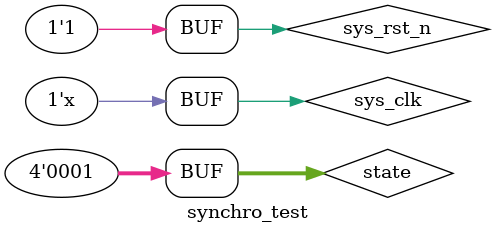
<source format=v>
`timescale 1ns/1ns

module synchro_test();

parameter   H_SYNC  = 136,      // 行同步信号时间
            H_BACK  = 160,      // 行消隐后肩时间
            H_DISP  = 1024,     // 行数据有效时间
            H_FRONT = 24,       // 行消隐前肩时间
            H_TOTAL = 1344,     // 行扫描总时间
            V_SYNC  = 6,        // 列同步信号时间
            V_BACK  = 29,       // 列消隐后肩时间
            V_DISP  = 768,      // 列数据有效时间
            V_FRONT = 3,        // 列消隐前肩时间
            V_TOTAL = 806;      // 列扫描总时间

reg     [11:0]  hcnt;
reg     [11:0]  vcnt;

reg     sys_clk;
reg     sys_rst_n;

always  #10 sys_clk <=  ~sys_clk;

reg [3:0]   state;

initial
    begin
        sys_clk     =   1'b1;
        sys_rst_n   <=  1'b0;
        state <= 4'b0001;
        #100
        sys_rst_n   <=  1'b1;
        #10000
        state <= 4'b0010;
        #10000
        state <= 4'b0001;
        #10000
        state <= 4'b0010;
        #30000000
        state <= 4'b0001;
    end

always @ (posedge sys_clk or negedge sys_rst_n)
begin
    if (!sys_rst_n)
        hcnt <= 12'd0;
    else
    begin
        if(hcnt < H_TOTAL - 1'b1)   //line over
            hcnt <= hcnt + 1'b1;
        else
            hcnt <= 12'd0;
    end
end 

always@(posedge sys_clk or negedge sys_rst_n)
begin
    if (!sys_rst_n)
        vcnt <= 12'b0;
    else if(hcnt == H_TOTAL - 1'b1)	//line over
        begin
        if(vcnt == V_TOTAL - 1'b1)		//frame over
            vcnt <= 12'd0;
        else
            vcnt <= vcnt + 1'b1;
        end
end

wire    all_photo_en;

assign  all_photo_en = (hcnt >= H_SYNC + H_BACK - 1 && hcnt < H_SYNC + H_BACK + H_DISP - 1) &&
                        (vcnt >= V_SYNC + V_BACK && vcnt < V_SYNC + V_BACK + V_DISP) 
                        ? 1'b1 : 1'b0;

wire            sdram_rst_n    ;
wire            sdram_rden     ;
wire    [22:0]  sdram_rd_b_addr;
wire    [22:0]  sdram_rd_e_addr;

rd_synchro rd_synchro_inst
(
    .hdmi_clk           (sys_clk),
    .sys_rst_n          (sys_rst_n),

    .hcnt               (hcnt),
    .vcnt               (vcnt),
    .state              (state),
    .all_photo_en       (all_photo_en),

    .sdram_rst_n        (sdram_rst_n    ),
    .sdram_rden         (sdram_rden     ),
    .sdram_rd_b_addr    (sdram_rd_b_addr),
    .sdram_rd_e_addr    (sdram_rd_e_addr)
);


endmodule

</source>
